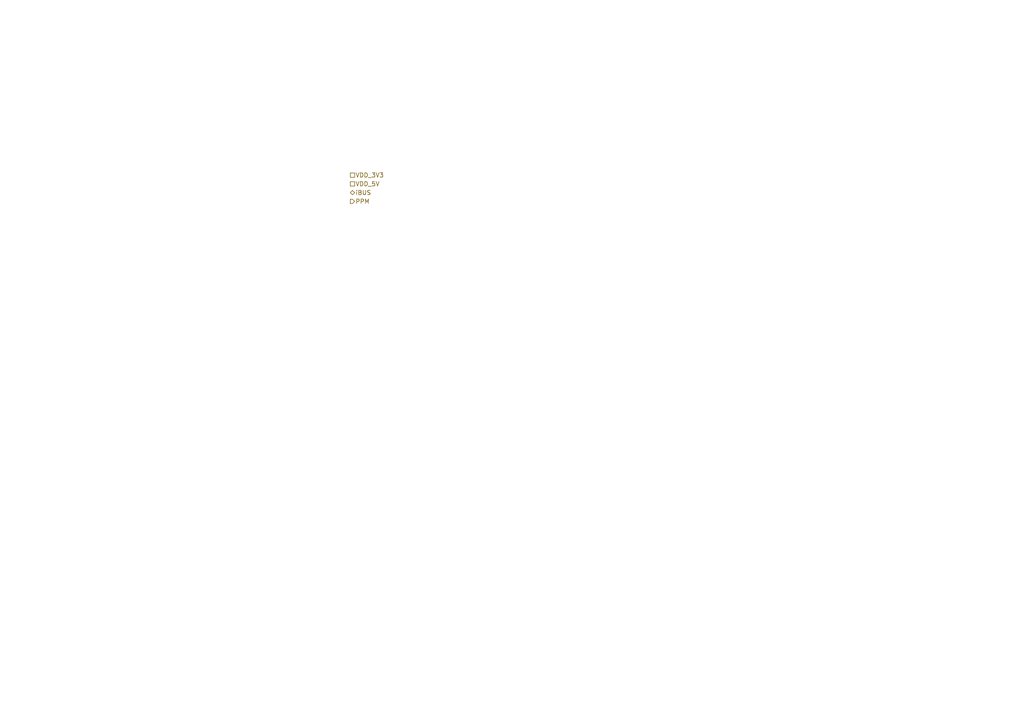
<source format=kicad_sch>
(kicad_sch (version 20230121) (generator eeschema)
  (paper "A4")
  (lib_symbols)
  (hierarchical_label "iBUS" (shape bidirectional) (at 101.6 55.88 0))
  (hierarchical_label "VDD_5V" (shape passive) (at 101.6 53.34 0))
  (hierarchical_label "VDD_3V3" (shape passive) (at 101.6 50.8 0))
  (hierarchical_label "PPM" (shape output) (at 101.6 58.42 0))
)
</source>
